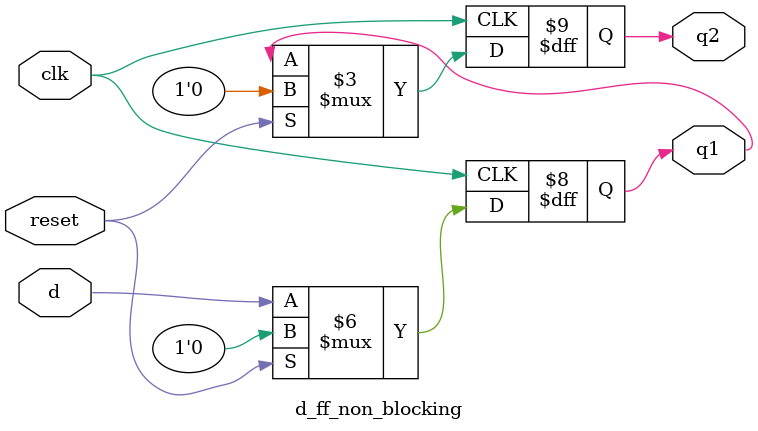
<source format=v>
`timescale 1ns / 1ps


module d_ff_non_blocking(d, clk, reset, q1, q2);

input d, clk, reset;
output reg q1, q2;

always@(posedge clk)
    begin
        if(reset)
            begin
                q1 <= 0;
                q2 <= 0;
            end
        else
            begin
                q1 <= d;
                q2 <= q1;
            end
    end   
endmodule

</source>
